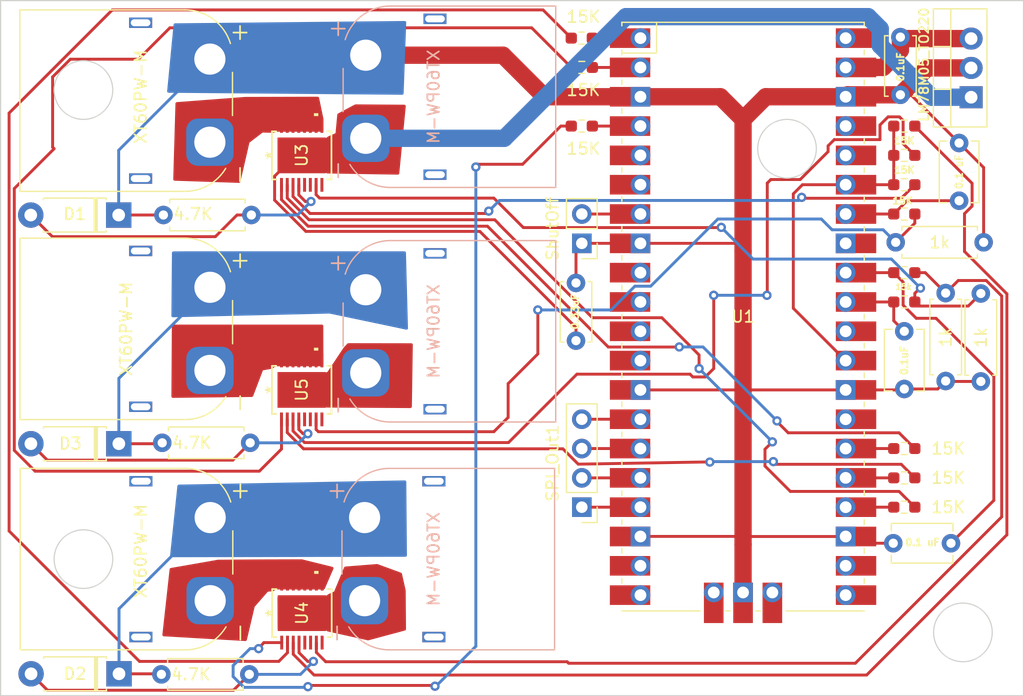
<source format=kicad_pcb>
(kicad_pcb (version 20221018) (generator pcbnew)
  (layers (0 "F.Cu" signal) (31 "B.Cu" signal) (34 "B.Paste" user) (35 "F.Paste" user) (36 "B.SilkS" user "B.Silkscreen") (37 "F.SilkS" user "F.Silkscreen") (38 "B.Mask" user) (39 "F.Mask" user) (44 "Edge.Cuts" user))
  (net 0 "")
  (net 1 "GND")
  (net 2 "Net-(J1-Pin_2)")
  (net 3 "Net-(SPI_Out1-Pin_1)")
  (net 4 "Net-(SPI_Out1-Pin_2)")
  (net 5 "Net-(SPI_Out1-Pin_3)")
  (net 6 "Net-(SPI_Out1-Pin_4)")
  (net 7 "FAULT1")
  (net 8 "INPUT2")
  (net 9 "INPUT1")
  (net 20 "FAULT2")
  (net 21 "FAULT3")
  (net 23 "SEN")
  (net 25 "CS2")
  (net 26 "CS1")
  (net 28 "CS3")
  (net 31 "5V")
  (net 35 "Net-(J6-+)")
  (net 36 "Net-(U3-INPUT0)")
  (net 37 "Net-(U3-FAULTRST)")
  (net 38 "Net-(U3-SEN)")
  (net 39 "Net-(D1-A)")
  (net 42 "Net-(U3-CS)")
  (net 44 "Net-(J2-+)")
  (net 45 "Net-(U4-INPUT0)")
  (net 46 "Net-(U4-FAULTRST)")
  (net 47 "Net-(U4-SEN)")
  (net 48 "Net-(D2-A)")
  (net 51 "Net-(U4-CS)")
  (net 53 "Net-(J3-+)")
  (net 54 "Net-(U5-INPUT0)")
  (net 55 "Net-(U5-FAULTRST)")
  (net 56 "Net-(U5-SEN)")
  (net 57 "Net-(D3-A)")
  (net 60 "Net-(U5-CS)")
  (net 62 "Net-(J4-+)")
  (net 63 "Net-(D2-K)")
  (net 64 "Net-(D3-K)")
  (net 65 "Net-(J5-+)")
  (net 66 "Net-(J7-+)")
  (net 67 "INPUT3")
  (footprint "Diode_THT:D_DO-41_SOD81_P7.62mm_Horizontal" (layer "F.Cu") (at 147.861913 125.506369 180)
    (fp_text reference "D2")
    (fp_text value "D" hide)
  )
  (footprint "Resistor_THT:R_Axial_DIN0207_L6.3mm_D2.5mm_P7.62mm_Horizontal" (layer "F.Cu") (at 222.775058 88.120952 180)
    (fp_text reference "R16" hide)
    (fp_text value "1k")
  )
  (footprint "Connector_AMASS:AMASS_XT60PW-M_1x02_P7.20mm_Horizontal" (layer "F.Cu") (at 155.74 99.219137 90)
    (fp_text reference "J7" hide)
    (fp_text value "XT60PW-M")
  )
  (footprint "Resistor_THT:R_Axial_DIN0207_L6.3mm_D2.5mm_P7.62mm_Horizontal" (layer "F.Cu") (at 159.152569 125.554461 180)
    (fp_text reference "R17" hide)
    (fp_text value "4.7K")
  )
  (footprint "Capacitor_THT:C_Disc_D5.0mm_W2.5mm_P5.00mm" (layer "F.Cu") (at 187.455975 96.640694 90)
    (fp_text reference "C5" hide)
    (fp_text value "0.33uF")
  )
  (footprint "Resistor_SMD:R_0603_1608Metric_Pad0.98x0.95mm_HandSolder" (layer "F.Cu") (at 215.9 85.669137)
    (fp_text reference "R11" hide)
    (fp_text value "15k" hide)
  )
  (footprint "Resistor_THT:R_Axial_DIN0207_L6.3mm_D2.5mm_P7.62mm_Horizontal" (layer "F.Cu") (at 159.22551 105.492123 180)
    (fp_text reference "R18" hide)
    (fp_text value "4.7K")
  )
  (footprint "Diode_THT:D_DO-41_SOD81_P7.62mm_Horizontal" (layer "F.Cu") (at 147.833642 85.759987 180)
    (fp_text reference "D1")
    (fp_text value "D" hide)
  )
  (footprint "LoadCell:POWERSSO16_VN9004_STM-L" (layer "F.Cu") (at 163.689376 80.589137 90)
    (fp_text reference "U3")
    (fp_text value "VN9004AJTR" hide)
  )
  (footprint "Resistor_THT:R_Axial_DIN0207_L6.3mm_D2.5mm_P7.62mm_Horizontal" (layer "F.Cu") (at 222.532864 100.175086 90)
    (fp_text reference "R2" hide)
    (fp_text value "1k")
  )
  (footprint "Connector_AMASS:AMASS_XT60PW-M_1x02_P7.20mm_Horizontal" (layer "F.Cu") (at 155.732985 79.446582 90)
    (fp_text reference "J2" hide)
    (fp_text value "XT60PW-M")
  )
  (footprint "Resistor_SMD:R_0603_1608Metric_Pad0.98x0.95mm_HandSolder" (layer "F.Cu") (at 215.9 105.989137)
    (fp_text reference "R3" hide)
    (fp_text value "15K")
  )
  (footprint "Connector_PinHeader_2.54mm:PinHeader_1x04_P2.54mm_Vertical" (layer "F.Cu") (at 187.96 111.069137 180)
    (fp_text reference "SPI_Out1")
    (fp_text value "Conn_01x04" hide)
  )
  (footprint "Capacitor_THT:C_Disc_D5.1mm_W3.2mm_P5.00mm" (layer "F.Cu") (at 220.651709 84.516792 90)
    (fp_text reference "C4" hide)
    (fp_text value "0.1 uF")
  )
  (footprint "Resistor_SMD:R_0603_1608Metric_Pad0.98x0.95mm_HandSolder" (layer "F.Cu") (at 187.96 70.429137 180)
    (fp_text reference "R8" hide)
    (fp_text value "15K")
  )
  (footprint "Resistor_THT:R_Axial_DIN0207_L6.3mm_D2.5mm_P7.62mm_Horizontal" (layer "F.Cu") (at 159.328937 85.754252 180)
    (fp_text reference "R15" hide)
    (fp_text value "4.7K")
  )
  (footprint "Diode_THT:D_DO-41_SOD81_P7.62mm_Horizontal" (layer "F.Cu") (at 147.847022 105.569996 180)
    (fp_text reference "D3")
    (fp_text value "D" hide)
  )
  (footprint "Resistor_SMD:R_0603_1608Metric_Pad0.98x0.95mm_HandSolder" (layer "F.Cu") (at 215.9 93.289137)
    (fp_text reference "R1" hide)
    (fp_text value "15k")
  )
  (footprint "Resistor_SMD:R_0603_1608Metric_Pad0.98x0.95mm_HandSolder" (layer "F.Cu") (at 215.9 80.589137)
    (fp_text reference "R14" hide)
    (fp_text value "15K")
  )
  (footprint "Resistor_SMD:R_0603_1608Metric_Pad0.98x0.95mm_HandSolder" (layer "F.Cu") (at 215.9 111.069137)
    (fp_text reference "R4" hide)
    (fp_text value "15K")
  )
  (footprint "LoadCell:POWERSSO16_VN9004_STM-L" (layer "F.Cu") (at 163.71 120.25 90)
    (fp_text reference "U4")
    (fp_text value "VN9004AJTR" hide)
  )
  (footprint "Capacitor_THT:C_Disc_D5.1mm_W3.2mm_P5.00mm" (layer "F.Cu") (at 219.945973 114.193177 180)
    (fp_text reference "C3" hide)
    (fp_text value "0.1 uF")
  )
  (footprint "Resistor_SMD:R_0603_1608Metric_Pad0.98x0.95mm_HandSolder" (layer "F.Cu") (at 215.9 83.129137)
    (fp_text reference "R5" hide)
    (fp_text value "15K")
  )
  (footprint "Resistor_SMD:R_0603_1608Metric_Pad0.98x0.95mm_HandSolder" (layer "F.Cu") (at 215.9 78.049137)
    (fp_text reference "R9" hide)
    (fp_text value "15K")
  )
  (footprint "Package_TO_SOT_THT:TO-220-3_Vertical" (layer "F.Cu") (at 221.691161 75.550386 90)
    (fp_text reference "U2" hide)
    (fp_text value "LM78M05_TO220")
  )
  (footprint "Resistor_SMD:R_0603_1608Metric_Pad0.98x0.95mm_HandSolder" (layer "F.Cu") (at 187.96 72.969137 180)
    (fp_text reference "R12" hide)
    (fp_text value "15K")
  )
  (footprint "LoadCell:POWERSSO16_VN9004_STM-L" (layer "F.Cu") (at 163.689376 100.909137 90)
    (fp_text reference "U5")
    (fp_text value "VN9004AJTR" hide)
  )
  (footprint "Connector_PinHeader_2.54mm:PinHeader_1x02_P2.54mm_Vertical" (layer "F.Cu") (at 187.96 88.209137 180)
    (fp_text reference "J1" hide)
    (fp_text value "ShutOff")
  )
  (footprint "pico:RPi_Pico_SMD_TH" (layer "F.Cu") (at 201.93 94.559137)
    (fp_text reference "U1")
    (fp_text value "Pico")
  )
  (footprint "Resistor_SMD:R_0603_1608Metric_Pad0.98x0.95mm_HandSolder" (layer "F.Cu") (at 215.9 108.529137)
    (fp_text reference "R13" hide)
    (fp_text value "15K")
  )
  (footprint "Resistor_THT:R_Axial_DIN0207_L6.3mm_D2.5mm_P7.62mm_Horizontal" (layer "F.Cu") (at 219.485036 100.138061 90)
    (fp_text reference "R10" hide)
    (fp_text value "1k")
  )
  (footprint "Connector_AMASS:AMASS_XT60PW-M_1x02_P7.20mm_Horizontal" (layer "F.Cu") (at 155.760624 119.17 90)
    (fp_text reference "J5" hide)
    (fp_text value "XT60PW-M")
  )
  (footprint "Capacitor_THT:C_Disc_D5.1mm_W3.2mm_P5.00mm" (layer "F.Cu") (at 215.9 95.829137 -90)
    (fp_text reference "C2" hide)
    (fp_text value "0.1uF")
  )
  (footprint "Capacitor_THT:C_Disc_D5.0mm_W2.5mm_P5.00mm" (layer "F.Cu") (at 215.563309 70.340952 -90)
    (fp_text reference "C1" hide)
    (fp_text value "0.1uF")
  )
  (footprint "Resistor_SMD:R_0603_1608Metric_Pad0.98x0.95mm_HandSolder" (layer "F.Cu") (at 215.9 90.749137)
    (fp_text reference "R6" hide)
    (fp_text value "15k" hide)
  )
  (footprint "Resistor_SMD:R_0603_1608Metric_Pad0.98x0.95mm_HandSolder" (layer "F.Cu") (at 187.96 78.049137 180)
    (fp_text reference "R7" hide)
    (fp_text value "15K")
  )
  (footprint "Connector_AMASS:AMASS_XT60PW-M_1x02_P7.20mm_Horizontal" (layer "B.Cu") (at 169.239376 99.429137 90)
    (fp_text reference "J6" hide)
    (fp_text value "XT60PW-M")
  )
  (footprint "Connector_AMASS:AMASS_XT60PW-M_1x02_P7.20mm_Horizontal" (layer "B.Cu") (at 169.14 119.17 90)
    (fp_text reference "J4" hide)
    (fp_text value "XT60PW-M")
  )
  (footprint "Connector_AMASS:AMASS_XT60PW-M_1x02_P7.20mm_Horizontal" (layer "B.Cu") (at 169.239376 79.109137 90)
    (fp_text reference "J3" hide)
    (fp_text value "XT60PW-M")
  )
  (gr_rect (start 137.600306 67.175699) (end 226.234343 127.396829) (stroke (width 0.1)) (fill none) (layer "Edge.Cuts"))
  (gr_circle (center 220.98 121.92) (end 223.52 121.92) (stroke (width 0.1)) (fill none) (layer "Edge.Cuts"))
  (gr_circle (center 144.78 115.57) (end 142.24 115.57) (stroke (width 0.1)) (fill none) (layer "Edge.Cuts"))
  (gr_circle (center 144.78 74.93) (end 142.24 74.93) (stroke (width 0.1)) (fill none) (layer "Edge.Cuts"))
  (gr_circle (center 205.74 80.01) (end 205.74 82.55) (stroke (width 0.1)) (fill none) (layer "Edge.Cuts"))
  (segment (start 201.231062 113.601062) (end 201.93 114.3) (width 0.25) (layer "F.Cu") (net 1))
  (segment (start 193.04 113.609137) (end 193.048075 113.601062) (width 0.25) (layer "F.Cu") (net 1))
  (segment (start 181.129137 71.909137) (end 184.729137 75.509137) (width 1.5) (layer "F.Cu") (net 1))
  (segment (start 210.82 100.909137) (end 215.82 100.909137) (width 0.25) (layer "F.Cu") (net 1))
  (segment (start 221.691161 73.010386) (end 217.893875 73.010386) (width 1.5) (layer "F.Cu") (net 1))
  (segment (start 216.475869 75.340952) (end 215.563309 75.340952) (width 0.25) (layer "F.Cu") (net 1))
  (segment (start 187.455975 88.713162) (end 187.96 88.209137) (width 0.25) (layer "F.Cu") (net 1))
  (segment (start 210.82 100.909137) (end 202.620863 100.909137) (width 0.25) (layer "F.Cu") (net 1))
  (segment (start 187.96 88.209137) (end 193.04 88.209137) (width 0.25) (layer "F.Cu") (net 1))
  (segment (start 222.775058 81.640141) (end 222.775058 88.120952) (width 0.25) (layer "F.Cu") (net 1))
  (segment (start 193.04 100.909137) (end 201.239137 100.909137) (width 0.25) (layer "F.Cu") (net 1))
  (segment (start 184.729137 75.509137) (end 193.04 75.509137) (width 1.5) (layer "F.Cu") (net 1))
  (segment (start 222.532864 100.175086) (end 219.522061 100.175086) (width 0.25) (layer "F.Cu") (net 1))
  (segment (start 211.40404 114.193177) (end 214.945973 114.193177) (width 0.25) (layer "F.Cu") (net 1))
  (segment (start 210.82 113.609137) (end 202.620863 113.609137) (width 0.25) (layer "F.Cu") (net 1))
  (segment (start 210.988185 75.340952) (end 210.82 75.509137) (width 1.5) (layer "F.Cu") (net 1))
  (segment (start 217.893875 73.010386) (end 215.563309 75.340952) (width 1.5) (layer "F.Cu") (net 1))
  (segment (start 187.455975 91.640694) (end 187.455975 88.713162) (width 0.25) (layer "F.Cu") (net 1))
  (segment (start 201.239137 88.209137) (end 201.93 88.9) (width 0.25) (layer "F.Cu") (net 1))
  (segment (start 215.82 100.909137) (end 215.9 100.829137) (width 0.25) (layer "F.Cu") (net 1))
  (segment (start 203.890863 75.509137) (end 210.82 75.509137) (width 1.5) (layer "F.Cu") (net 1))
  (segment (start 218.79396 100.829137) (end 219.485036 100.138061) (width 0.25) (layer "F.Cu") (net 1))
  (segment (start 199.969137 75.509137) (end 201.93 77.47) (width 1.5) (layer "F.Cu") (net 1))
  (segment (start 201.93 77.47) (end 203.890863 75.509137) (width 1.5) (layer "F.Cu") (net 1))
  (segment (start 193.048075 113.601062) (end 201.231062 113.601062) (width 0.25) (layer "F.Cu") (net 1))
  (segment (start 169.239376 71.909137) (end 181.129137 71.909137) (width 1.5) (layer "F.Cu") (net 1))
  (segment (start 147.839377 85.754252) (end 147.833642 85.759987) (width 0.25) (layer "F.Cu") (net 1))
  (segment (start 151.708937 85.754252) (end 147.839377 85.754252) (width 0.25) (layer "F.Cu") (net 1))
  (segment (start 215.9 100.829137) (end 218.79396 100.829137) (width 0.25) (layer "F.Cu") (net 1))
  (segment (start 219.522061 100.175086) (end 219.485036 100.138061) (width 0.25) (layer "F.Cu") (net 1))
  (segment (start 201.93 101.6) (end 201.93 88.9) (width 1.5) (layer "F.Cu") (net 1))
  (segment (start 201.93 88.9) (end 201.93 77.47) (width 1.5) (layer "F.Cu") (net 1))
  (segment (start 220.651709 79.516792) (end 222.775058 81.640141) (width 0.25) (layer "F.Cu") (net 1))
  (segment (start 210.82 113.609137) (end 211.40404 114.193177) (width 0.25) (layer "F.Cu") (net 1))
  (segment (start 215.563309 75.340952) (end 210.988185 75.340952) (width 1.5) (layer "F.Cu") (net 1))
  (segment (start 193.04 75.509137) (end 199.969137 75.509137) (width 1.5) (layer "F.Cu") (net 1))
  (segment (start 202.620863 113.609137) (end 201.93 114.3) (width 0.25) (layer "F.Cu") (net 1))
  (segment (start 201.93 114.3) (end 201.93 101.6) (width 1.5) (layer "F.Cu") (net 1))
  (segment (start 201.93 118.459137) (end 201.93 114.3) (width 1.5) (layer "F.Cu") (net 1))
  (segment (start 220.651709 79.516792) (end 216.475869 75.340952) (width 0.25) (layer "F.Cu") (net 1))
  (segment (start 193.04 88.209137) (end 201.239137 88.209137) (width 0.25) (layer "F.Cu") (net 1))
  (segment (start 202.620863 100.909137) (end 201.93 101.6) (width 0.25) (layer "F.Cu") (net 1))
  (segment (start 201.239137 100.909137) (end 201.93 101.6) (width 0.25) (layer "F.Cu") (net 1))
  (segment (start 147.833642 85.759987) (end 147.833642 80.145925) (width 0.25) (layer "B.Cu") (net 1))
  (segment (start 147.833642 80.145925) (end 155.732985 72.246582) (width 0.25) (layer "B.Cu") (net 1))
  (segment (start 187.96 85.669137) (end 193.04 85.669137) (width 0.25) (layer "F.Cu") (net 2))
  (segment (start 187.96 111.069137) (end 193.04 111.069137) (width 0.25) (layer "F.Cu") (net 3))
  (segment (start 187.96 108.529137) (end 193.04 108.529137) (width 0.25) (layer "F.Cu") (net 4))
  (segment (start 187.96 105.989137) (end 193.04 105.989137) (width 0.25) (layer "F.Cu") (net 5))
  (segment (start 187.96 103.449137) (end 193.04 103.449137) (width 0.25) (layer "F.Cu") (net 6))
  (segment (start 188.8725 70.429137) (end 193.04 70.429137) (width 0.25) (layer "F.Cu") (net 7))
  (segment (start 210.82 105.989137) (end 214.9875 105.989137) (width 0.25) (layer "F.Cu") (net 8))
  (segment (start 193.04 78.049137) (end 188.8725 78.049137) (width 0.25) (layer "F.Cu") (net 9))
  (segment (start 210.82 111.069137) (end 214.9875 111.069137) (width 0.25) (layer "F.Cu") (net 20))
  (segment (start 210.82 108.529137) (end 214.9875 108.529137) (width 0.25) (layer "F.Cu") (net 21))
  (segment (start 207.079808 83.129137) (end 206.285 83.923945) (width 0.25) (layer "F.Cu") (net 23))
  (segment (start 214.9875 78.049137) (end 214.9875 80.589137) (width 0.25) (layer "F.Cu") (net 23))
  (segment (start 210.82 83.129137) (end 207.079808 83.129137) (width 0.25) (layer "F.Cu") (net 23))
  (segment (start 210.82 83.129137) (end 214.9875 83.129137) (width 0.25) (layer "F.Cu") (net 23))
  (segment (start 206.285 93.834137) (end 210.82 98.369137) (width 0.25) (layer "F.Cu") (net 23))
  (segment (start 206.285 83.923945) (end 206.285 93.834137) (width 0.25) (layer "F.Cu") (net 23))
  (segment (start 214.9875 80.589137) (end 214.9875 83.129137) (width 0.25) (layer "F.Cu") (net 23))
  (segment (start 210.82 93.289137) (end 214.9875 93.289137) (width 0.25) (layer "F.Cu") (net 25))
  (segment (start 214.9875 94.916637) (end 215.9 95.829137) (width 0.25) (layer "F.Cu") (net 25))
  (segment (start 214.9875 93.289137) (end 214.9875 94.916637) (width 0.25) (layer "F.Cu") (net 25))
  (segment (start 215.8 93.566213) (end 215.8 91.561637) (width 0.25) (layer "F.Cu") (net 26))
  (segment (start 218.652906 94.704137) (end 223.657864 99.709095) (width 0.25) (layer "F.Cu") (net 26))
  (segment (start 216.937924 94.704137) (end 215.8 93.566213) (width 0.25) (layer "F.Cu") (net 26))
  (segment (start 223.657864 99.709095) (end 223.657864 110.481286) (width 0.25) (layer "F.Cu") (net 26))
  (segment (start 214.9875 90.749137) (end 210.82 90.749137) (width 0.25) (layer "F.Cu") (net 26))
  (segment (start 214.9875 90.749137) (end 215.8 91.561637) (width 0.25) (layer "F.Cu") (net 26))
  (segment (start 218.652906 94.704137) (end 216.937924 94.704137) (width 0.25) (layer "F.Cu") (net 26))
  (segment (start 223.657864 110.481286) (end 219.945973 114.193177) (width 0.25) (layer "F.Cu") (net 26))
  (segment (start 214.9875 85.669137) (end 216.139845 84.516792) (width 0.25) (layer "F.Cu") (net 28))
  (segment (start 216.139845 84.516792) (end 220.651709 84.516792) (width 0.25) (layer "F.Cu") (net 28))
  (segment (start 214.9875 85.669137) (end 210.82 85.669137) (width 0.25) (layer "F.Cu") (net 28))
  (segment (start 215.692743 70.470386) (end 215.563309 70.340952) (width 1.5) (layer "F.Cu") (net 31))
  (segment (start 215.563309 70.340952) (end 215.563309 71.472322) (width 1.5) (layer "F.Cu") (net 31))
  (segment (start 214.066494 72.969137) (end 210.82 72.969137) (width 1.5) (layer "F.Cu") (net 31))
  (segment (start 221.691161 70.470386) (end 215.692743 70.470386) (width 1.5) (layer "F.Cu") (net 31))
  (segment (start 215.563309 71.472322) (end 214.066494 72.969137) (width 1.5) (layer "F.Cu") (net 31))
  (segment (start 216.8125 105.989137) (end 215.4475 104.624137) (width 0.25) (layer "F.Cu") (net 36))
  (segment (start 179.786176 86.725314) (end 190.255 97.194137) (width 0.25) (layer "F.Cu") (net 36))
  (segment (start 215.4475 104.624137) (end 205.839354 104.624137) (width 0.25) (layer "F.Cu") (net 36))
  (segment (start 205.839354 104.624137) (end 204.873094 103.657877) (width 0.25) (layer "F.Cu") (net 36))
  (segment (start 164.239828 86.725314) (end 179.786176 86.725314) (width 0.25) (layer "F.Cu") (net 36))
  (segment (start 204.873094 103.657877) (end 204.873094 103.594895) (width 0.25) (layer "F.Cu") (net 36))
  (segment (start 161.938935 84.424421) (end 164.239828 86.725314) (width 0.25) (layer "F.Cu") (net 36))
  (segment (start 190.255 97.194137) (end 196.283918 97.194137) (width 0.25) (layer "F.Cu") (net 36))
  (segment (start 204.810112 103.594895) (end 204.820424 103.605207) (width 0.25) (layer "F.Cu") (net 36))
  (segment (start 204.873094 103.594895) (end 204.810112 103.594895) (width 0.25) (layer "F.Cu") (net 36))
  (segment (start 161.938935 83.141837) (end 161.938935 84.424421) (width 0.25) (layer "F.Cu") (net 36))
  (via (at 196.402989 97.18624) (size 0.8) (drill 0.4) (layers "F.Cu" "B.Cu") (net 36))
  (via (at 204.873094 103.594895) (size 0.8) (drill 0.4) (layers "F.Cu" "B.Cu") (net 36))
  (segment (start 198.464439 97.18624) (end 204.873094 103.594895) (width 0.25) (layer "B.Cu") (net 36))
  (segment (start 196.402989 97.18624) (end 198.464439 97.18624) (width 0.25) (layer "B.Cu") (net 36))
  (segment (start 188.878427 94.654137) (end 180.781676 86.557386) (width 0.25) (layer "F.Cu") (net 37))
  (segment (start 216.8125 111.069137) (end 215.4475 109.704137) (width 0.25) (layer "F.Cu") (net 37))
  (segment (start 206.029137 109.704137) (end 203.830517 107.505517) (width 0.25) (layer "F.Cu") (net 37))
  (segment (start 180.418313 86.167231) (end 180.79 86.538918) (width 0.25) (layer "F.Cu") (net 37))
  (segment (start 164.318141 86.167231) (end 180.418313 86.167231) (width 0.25) (layer "F.Cu") (net 37))
  (segment (start 203.830517 106.049483) (end 204.47 105.41) (width 0.25) (layer "F.Cu") (net 37))
  (segment (start 162.439061 84.288151) (end 162.439061 83.141837) (width 0.25) (layer "F.Cu") (net 37))
  (segment (start 215.4475 109.704137) (end 206.029137 109.704137) (width 0.25) (layer "F.Cu") (net 37))
  (segment (start 198.12 99.06) (end 198.12 97.877946) (width 0.25) (layer "F.Cu") (net 37))
  (segment (start 203.830517 107.505517) (end 203.830517 106.049483) (width 0.25) (layer "F.Cu") (net 37))
  (segment (start 194.896191 94.654137) (end 188.878427 94.654137) (width 0.25) (layer "F.Cu") (net 37))
  (segment (start 164.318141 86.167231) (end 162.439061 84.288151) (width 0.25) (layer "F.Cu") (net 37))
  (segment (start 198.12 97.877946) (end 194.896191 94.654137) (width 0.25) (layer "F.Cu") (net 37))
  (via (at 204.47 105.41) (size 0.8) (drill 0.4) (layers "F.Cu" "B.Cu") (net 37))
  (via (at 198.12 99.06) (size 0.8) (drill 0.4) (layers "F.Cu" "B.Cu") (net 37))
  (segment (start 198.12 99.06) (end 204.47 105.41) (width 0.25) (layer "B.Cu") (net 37))
  (segment (start 207.01 84.22425) (end 207.088524 84.304137) (width 0.25) (layer "F.Cu") (net 38))
  (segment (start 207.01 84.22425) (end 207.089887 84.304137) (width 0.25) (layer "F.Cu") (net 38))
  (segment (start 164.409432 85.622126) (end 179.693479 85.622126) (width 0.25) (layer "F.Cu") (net 38))
  (segment (start 162.939187 83.141837) (end 162.939187 84.151881) (width 0.25) (layer "F.Cu") (net 38))
  (segment (start 207.089887 84.304137) (end 215.6375 84.304137) (width 0.25) (layer "F.Cu") (net 38))
  (segment (start 179.693479 85.622126) (end 179.898724 85.416881) (width 0.25) (layer "F.Cu") (net 38))
  (segment (start 162.939187 84.151881) (end 164.409432 85.622126) (width 0.25) (layer "F.Cu") (net 38))
  (segment (start 216.8125 83.129137) (end 215.6375 84.304137) (width 0.25) (layer "F.Cu") (net 38))
  (via (at 207.01 84.22425) (size 0.8) (drill 0.4) (layers "F.Cu" "B.Cu") (net 38))
  (via (at 179.898724 85.416881) (size 0.8) (drill 0.4) (layers "F.Cu" "B.Cu") (net 38))
  (segment (start 206.740113 84.494137) (end 207.01 84.22425) (width 0.25) (layer "B.Cu") (net 38))
  (segment (start 180.821468 84.494137) (end 206.740113 84.494137) (width 0.25) (layer "B.Cu") (net 38))
  (segment (start 179.898724 85.416881) (end 180.821468 84.494137) (width 0.25) (layer "B.Cu") (net 38))
  (segment (start 142.083655 87.63) (end 156.21 87.63) (width 0.25) (layer "F.Cu") (net 39))
  (segment (start 156.21 87.63) (end 158.085748 85.754252) (width 0.25) (layer "F.Cu") (net 39))
  (segment (start 140.213642 85.759987) (end 142.083655 87.63) (width 0.25) (layer "F.Cu") (net 39))
  (segment (start 163.439313 84.015611) (end 164.007533 84.583831) (width 0.25) (layer "F.Cu") (net 39))
  (segment (start 163.439313 83.141837) (end 163.439313 84.015611) (width 0.25) (layer "F.Cu") (net 39))
  (segment (start 158.085748 85.754252) (end 159.328937 85.754252) (width 0.25) (layer "F.Cu") (net 39))
  (segment (start 164.007533 84.583831) (end 164.493423 84.583831) (width 0.25) (layer "F.Cu") (net 39))
  (via (at 164.493423 84.583831) (size 0.8) (drill 0.4) (layers "F.Cu" "B.Cu") (net 39))
  (segment (start 163.323002 85.754252) (end 159.328937 85.754252) (width 0.25) (layer "B.Cu") (net 39))
  (segment (start 164.493423 84.583831) (end 163.323002 85.754252) (width 0.25) (layer "B.Cu") (net 39))
  (segment (start 217.299786 92.087022) (end 217.299786 92.052413) (width 0.25) (layer "F.Cu") (net 42))
  (segment (start 165.242764 84.29181) (end 180.34 84.29181) (width 0.25) (layer "F.Cu") (net 42))
  (segment (start 216.8125 93.289137) (end 217.166424 93.643061) (width 0.25) (layer "F.Cu") (net 42))
  (segment (start 217.265177 92.087022) (end 217.299786 92.087022) (width 0.25) (layer "F.Cu") (net 42))
  (segment (start 180.34 84.29181) (end 182.892327 86.844137) (width 0.25) (layer "F.Cu") (net 42))
  (segment (start 164.939691 83.141837) (end 164.939691 83.988737) (width 0.25) (layer "F.Cu") (net 42))
  (segment (start 182.892327 86.844137) (end 200.028117 86.844137) (width 0.25) (layer "F.Cu") (net 42))
  (segment (start 221.444889 93.643061) (end 222.532864 92.555086) (width 0.25) (layer "F.Cu") (net 42))
  (segment (start 216.8125 93.289137) (end 216.8125 92.539699) (width 0.25) (layer "F.Cu") (net 42))
  (segment (start 217.166424 93.643061) (end 221.444889 93.643061) (width 0.25) (layer "F.Cu") (net 42))
  (segment (start 200.028117 86.844137) (end 200.045022 86.827232) (width 0.25) (layer "F.Cu") (net 42))
  (segment (start 216.8125 92.539699) (end 217.265177 92.087022) (width 0.25) (layer "F.Cu") (net 42))
  (segment (start 164.939691 83.988737) (end 165.242764 84.29181) (width 0.25) (layer "F.Cu") (net 42))
  (segment (start 217.299786 92.052413) (end 217.265177 92.087022) (width 0.25) (layer "F.Cu") (net 42))
  (via (at 217.299786 92.087022) (size 0.8) (drill 0.4) (layers "F.Cu" "B.Cu") (net 42))
  (via (at 200.045022 86.827232) (size 0.8) (drill 0.4) (layers "F.Cu" "B.Cu") (net 42))
  (segment (start 217.299786 92.087022) (end 214.786901 89.574137) (width 0.25) (layer "B.Cu") (net 42))
  (segment (start 214.786901 89.574137) (end 202.791927 89.574137) (width 0.25) (layer "B.Cu") (net 42))
  (segment (start 202.791927 89.574137) (end 200.045022 86.827232) (width 0.25) (layer "B.Cu") (net 42))
  (segment (start 164.282123 126.513191) (end 164.230073 126.618534) (width 0.25) (layer "F.Cu") (net 45))
  (segment (start 186.140519 78.049137) (end 182.829409 81.360247) (width 0.25) (layer "F.Cu") (net 45))
  (segment (start 164.387466 126.513191) (end 164.282123 126.513191) (width 0.25) (layer "F.Cu") (net 45))
  (segment (start 175.170938 126.513191) (end 175.239065 126.581318) (width 0.25) (layer "F.Cu") (net 45))
  (segment (start 160.4073 122.8027) (end 159.959523 123.324908) (width 0.25) (layer "F.Cu") (net 45))
  (segment (start 182.829409 81.360247) (end 178.967073 81.360247) (width 0.25) (layer "F.Cu") (net 45))
  (segment (start 164.492809 126.513191) (end 175.170938 126.513191) (width 0.25) (layer "F.Cu") (net 45))
  (segment (start 187.0475 78.049137) (end 186.140519 78.049137) (width 0.25) (layer "F.Cu") (net 45))
  (segment (start 178.967073 81.360247) (end 178.778667 81.548653) (width 0.25) (layer "F.Cu") (net 45))
  (segment (start 178.778667 81.548653) (end 178.778667 81.595755) (width 0.25) (layer "F.Cu") (net 45))
  (segment (start 164.230073 126.618534) (end 164.492809 126.513191) (width 0.25) (layer "F.Cu") (net 45))
  (segment (start 161.959559 122.8027) (end 160.4073 122.8027) (width 0.25) (layer "F.Cu") (net 45))
  (via (at 178.778667 81.595755) (size 0.8) (drill 0.4) (layers "F.Cu" "B.Cu") (net 45))
  (via (at 175.239065 126.581318) (size 0.8) (drill 0.4) (layers "F.Cu" "B.Cu") (net 45))
  (via (at 164.230073 126.618534) (size 0.8) (drill 0.4) (layers "F.Cu" "B.Cu") (net 45))
  (via (at 159.959523 123.324908) (size 0.8) (drill 0.4) (layers "F.Cu" "B.Cu") (net 45))
  (segment (start 159.959523 123.324908) (end 159.215201 123.324908) (width 0.25) (layer "B.Cu") (net 45))
  (segment (start 157.75 125.742883) (end 158.686578 126.679461) (width 0.25) (layer "B.Cu") (net 45))
  (segment (start 158.686578 126.679461) (end 164.169146 126.679461) (width 0.25) (layer "B.Cu") (net 45))
  (segment (start 164.169146 126.679461) (end 164.230073 126.618534) (width 0.25) (layer "B.Cu") (net 45))
  (segment (start 157.75 124.790109) (end 157.75 125.742883) (width 0.25) (layer "B.Cu") (net 45))
  (segment (start 159.215201 123.324908) (end 157.75 124.790109) (width 0.25) (layer "B.Cu") (net 45))
  (segment (start 178.778667 81.595755) (end 178.778667 123.125453) (width 0.25) (layer "B.Cu") (net 45))
  (segment (start 178.778667 123.125453) (end 175.322802 126.581318) (width 0.25) (layer "B.Cu") (net 45))
  (segment (start 147.279467 67.984137) (end 184.6025 67.984137) (width 0.25) (layer "F.Cu") (net 46))
  (segment (start 184.6025 67.984137) (end 187.0475 70.429137) (width 0.25) (layer "F.Cu") (net 46))
  (segment (start 138.338642 113.133098) (end 138.338642 76.924962) (width 0.25) (layer "F.Cu") (net 46))
  (segment (start 149.635005 124.429461) (end 138.338642 113.133098) (width 0.25) (layer "F.Cu") (net 46))
  (segment (start 161.706698 124.429461) (end 149.635005 124.429461) (width 0.25) (layer "F.Cu") (net 46))
  (segment (start 138.338642 76.924962) (end 147.279467 67.984137) (width 0.25) (layer "F.Cu") (net 46))
  (segment (start 162.459685 122.8027) (end 162.459685 123.676474) (width 0.25) (layer "F.Cu") (net 46))
  (segment (start 162.459685 123.676474) (end 161.706698 124.429461) (width 0.25) (layer "F.Cu") (net 46))
  (segment (start 224.79 92.584835) (end 224.79 113.46) (width 0.25) (layer "F.Cu") (net 47))
  (segment (start 221.1177 88.912535) (end 224.79 92.584835) (width 0.25) (layer "F.Cu") (net 47))
  (segment (start 221.1177 85.641792) (end 221.1177 88.912535) (width 0.25) (layer "F.Cu") (net 47))
  (segment (start 221.776709 84.982783) (end 221.1177 85.641792) (width 0.25) (layer "F.Cu") (net 47))
  (segment (start 212.636809 125.613191) (end 164.760258 125.613191) (width 0.25) (layer "F.Cu") (net 47))
  (segment (start 224.79 113.46) (end 212.636809 125.613191) (width 0.25) (layer "F.Cu") (net 47))
  (segment (start 164.760258 125.613191) (end 162.959811 123.812744) (width 0.25) (layer "F.Cu") (net 47))
  (segment (start 216.8125 78.049137) (end 221.776709 83.013346) (width 0.25) (layer "F.Cu") (net 47))
  (segment (start 162.959811 123.812744) (end 162.959811 122.8027) (width 0.25) (layer "F.Cu") (net 47))
  (segment (start 221.776709 83.013346) (end 221.776709 84.982783) (width 0.25) (layer "F.Cu") (net 47))
  (segment (start 163.459937 123.676474) (end 164.217505 124.434042) (width 0.25) (layer "F.Cu") (net 48))
  (segment (start 164.217505 124.434042) (end 164.701986 124.434042) (width 0.25) (layer "F.Cu") (net 48))
  (segment (start 140.241913 125.506369) (end 141.666913 126.931369) (width 0.25) (layer "F.Cu") (net 48))
  (segment (start 157.775661 126.931369) (end 159.152569 125.554461) (width 0.25) (layer "F.Cu") (net 48))
  (segment (start 163.459937 122.8027) (end 163.459937 123.676474) (width 0.25) (layer "F.Cu") (net 48))
  (segment (start 141.666913 126.931369) (end 157.775661 126.931369) (width 0.25) (layer "F.Cu") (net 48))
  (via (at 164.701986 124.434042) (size 0.8) (drill 0.4) (layers "F.Cu" "B.Cu") (net 48))
  (segment (start 164.701986 124.434042) (end 163.581567 125.554461) (width 0.25) (layer "B.Cu") (net 48))
  (segment (start 163.581567 125.554461) (end 159.152569 125.554461) (width 0.25) (layer "B.Cu") (net 48))
  (segment (start 164.960315 123.6496) (end 165.770715 124.46) (width 0.25) (layer "F.Cu") (net 51))
  (segment (start 211.657232 124.592768) (end 224.34 111.91) (width 0.25) (layer "F.Cu") (net 51))
  (segment (start 219.485036 92.518061) (end 217.716112 90.749137) (width 0.25) (layer "F.Cu") (net 51))
  (segment (start 186.69 124.46) (end 186.822768 124.592768) (width 0.25) (layer "F.Cu") (net 51))
  (segment (start 224.34 111.91) (end 224.34 92.771231) (width 0.25) (layer "F.Cu") (net 51))
  (segment (start 165.770715 124.46) (end 186.69 124.46) (width 0.25) (layer "F.Cu") (net 51))
  (segment (start 217.716112 90.749137) (end 216.8125 90.749137) (width 0.25) (layer "F.Cu") (net 51))
  (segment (start 164.960315 122.8027) (end 164.960315 123.6496) (width 0.25) (layer "F.Cu") (net 51))
  (segment (start 186.822768 124.592768) (end 211.657232 124.592768) (width 0.25) (layer "F.Cu") (net 51))
  (segment (start 222.998855 91.430086) (end 220.573011 91.430086) (width 0.25) (layer "F.Cu") (net 51))
  (segment (start 220.573011 91.430086) (end 219.485036 92.518061) (width 0.25) (layer "F.Cu") (net 51))
  (segment (start 224.34 92.771231) (end 222.998855 91.430086) (width 0.25) (layer "F.Cu") (net 51))
  (segment (start 164.053432 87.175314) (end 161.343876 84.465758) (width 0.25) (layer "F.Cu") (net 53))
  (segment (start 187.455975 96.640694) (end 187.455975 95.509324) (width 0.25) (layer "F.Cu") (net 53))
  (segment (start 187.455975 95.509324) (end 179.121965 87.175314) (width 0.25) (layer "F.Cu") (net 53))
  (segment (start 161.343876 84.465758) (end 161.343876 82.388537) (width 0.25) (layer "F.Cu") (net 53))
  (segment (start 161.343876 82.388537) (end 163.143276 80.589137) (width 0.25) (layer "F.Cu") (net 53))
  (segment (start 163.143276 80.589137) (end 163.689376 80.589137) (width 0.25) (layer "F.Cu") (net 53))
  (segment (start 179.121965 87.175314) (end 164.053432 87.175314) (width 0.25) (layer "F.Cu") (net 53))
  (segment (start 181.240863 79.109137) (end 191.782114 68.567886) (width 1.5) (layer "B.Cu") (net 53))
  (segment (start 191.782114 68.567886) (end 212.765117 68.567886) (width 1.5) (layer "B.Cu") (net 53))
  (segment (start 212.765117 68.567886) (end 213.813309 69.616078) (width 1.5) (layer "B.Cu") (net 53))
  (segment (start 213.813309 71.065826) (end 218.297869 75.550386) (width 1.5) (layer "B.Cu") (net 53))
  (segment (start 218.297869 75.550386) (end 221.691161 75.550386) (width 1.5) (layer "B.Cu") (net 53))
  (segment (start 169.239376 79.109137) (end 181.240863 79.109137) (width 1.5) (layer "B.Cu") (net 53))
  (segment (start 213.813309 69.616078) (end 213.813309 71.065826) (width 1.5) (layer "B.Cu") (net 53))
  (segment (start 143.642768 72.257232) (end 142.109171 73.790829) (width 0.25) (layer "F.Cu") (net 54))
  (segment (start 142.109171 79.879171) (end 142.24 80.01) (width 0.25) (layer "F.Cu") (net 54))
  (segment (start 138.788642 106.146871) (end 140.591771 107.95) (width 0.25) (layer "F.Cu") (net 54))
  (segment (start 152.27054 69.534137) (end 149.547445 72.257232) (width 0.25) (layer "F.Cu") (net 54))
  (segment (start 187.0475 72.969137) (end 183.6125 69.534137) (width 0.25) (layer "F.Cu") (net 54))
  (segment (start 160.02 107.95) (end 161.938935 106.031065) (width 0.25) (layer "F.Cu") (net 54))
  (segment (start 149.547445 72.257232) (end 143.642768 72.257232) (width 0.25) (layer "F.Cu") (net 54))
  (segment (start 138.788642 83.461358) (end 138.788642 106.146871) (width 0.25) (layer "F.Cu") (net 54))
  (segment (start 183.6125 69.534137) (end 152.27054 69.534137) (width 0.25) (layer "F.Cu") (net 54))
  (segment (start 161.938935 106.031065) (end 161.938935 103.461837) (width 0.25) (layer "F.Cu") (net 54))
  (segment (start 140.591771 107.95) (end 160.02 107.95) (width 0.25) (layer "F.Cu") (net 54))
  (segment (start 142.109171 73.790829) (end 142.109171 79.879171) (width 0.25) (layer "F.Cu") (net 54))
  (segment (start 142.24 80.01) (end 138.788642 83.461358) (width 0.25) (layer "F.Cu") (net 54))
  (segment (start 162.439061 103.461837) (end 162.439061 104.608151) (width 0.25) (layer "F.Cu") (net 55))
  (segment (start 216.8125 108.529137) (end 215.6375 107.354137) (width 0.25) (layer "F.Cu") (net 55))
  (segment (start 163.843059 106.012149) (end 186.321311 106.012149) (width 0.25) (layer "F.Cu") (net 55))
  (segment (start 199.026596 107.147232) (end 199.052554 107.160211) (width 0.25) (layer "F.Cu") (net 55))
  (segment (start 186.321311 106.012149) (end 187.651075 107.341913) (width 0.25) (layer "F.Cu") (net 55))
  (segment (start 187.651075 107.341913) (end 199.026596 107.147232) (width 0.25) (layer "F.Cu") (net 55))
  (segment (start 162.439061 104.608151) (end 163.843059 106.012149) (width 0.25) (layer "F.Cu") (net 55))
  (segment (start 215.6375 107.354137) (end 204.788379 107.354137) (width 0.25) (layer "F.Cu") (net 55))
  (segment (start 204.788379 107.354137) (end 204.555517 107.121275) (width 0.25) (layer "F.Cu") (net 55))
  (via (at 199.052554 107.160211) (size 0.8) (drill 0.4) (layers "F.Cu" "B.Cu") (net 55))
  (via (at 204.555517 107.121275) (size 0.8) (drill 0.4) (layers "F.Cu" "B.Cu") (net 55))
  (segment (start 199.052553 107.121275) (end 199.026596 107.147232) (width 0.25) (layer "B.Cu") (net 55))
  (segment (start 204.620411 107.121275) (end 199.052553 107.121275) (width 0.25) (layer "B.Cu") (net 55))
  (segment (start 215.477076 77.249137) (end 215.8 77.572061) (width 0.25) (layer "F.Cu") (net 56))
  (segment (start 209.299568 80.260432) (end 209.299568 79.759568) (width 0.25) (layer "F.Cu") (net 56))
  (segment (start 206.879171 82.680829) (end 209.299568 80.260432) (width 0.25) (layer "F.Cu") (net 56))
  (segment (start 187.536502 99.544137) (end 197.334137 99.544137) (width 0.25) (layer "F.Cu") (net 56))
  (segment (start 199.39 99.06) (end 199.39 92.71) (width 0.25) (layer "F.Cu") (net 56))
  (segment (start 197.575 99.785) (end 198.665 99.785) (width 0.25) (layer "F.Cu") (net 56))
  (segment (start 209.835 79.224137) (end 213.795 79.224137) (width 0.25) (layer "F.Cu") (net 56))
  (segment (start 181.61 105.470639) (end 187.536502 99.544137) (width 0.25) (layer "F.Cu") (net 56))
  (segment (start 204.028619 92.681381) (end 204.028619 82.991381) (width 0.25) (layer "F.Cu") (net 56))
  (segment (start 197.334137 99.544137) (end 197.575 99.785) (width 0.25) (layer "F.Cu") (net 56))
  (segment (start 162.939187 104.471881) (end 163.937945 105.470639) (width 0.25) (layer "F.Cu") (net 56))
  (segment (start 163.937945 105.470639) (end 181.61 105.470639) (width 0.25) (layer "F.Cu") (net 56))
  (segment (start 204.339171 82.680829) (end 206.879171 82.680829) (width 0.25) (layer "F.Cu") (net 56))
  (segment (start 162.939187 103.461837) (end 162.939187 104.471881) (width 0.25) (layer "F.Cu") (net 56))
  (segment (start 215.8 79.576637) (end 216.8125 80.589137) (width 0.25) (layer "F.Cu") (net 56))
  (segment (start 204.028619 82.991381) (end 204.339171 82.680829) (width 0.25) (layer "F.Cu") (net 56))
  (segment (start 213.795 77.952061) (end 214.497924 77.249137) (width 0.25) (layer "F.Cu") (net 56))
  (segment (start 198.665 99.785) (end 199.39 99.06) (width 0.25) (layer "F.Cu") (net 56))
  (segment (start 215.8 77.572061) (end 215.8 79.576637) (width 0.25) (layer "F.Cu") (net 56))
  (segment (start 214.497924 77.249137) (end 215.477076 77.249137) (width 0.25) (layer "F.Cu") (net 56))
  (segment (start 213.795 79.224137) (end 213.795 77.952061) (width 0.25) (layer "F.Cu") (net 56))
  (segment (start 204 92.71) (end 204.028619 92.681381) (width 0.25) (layer "F.Cu") (net 56))
  (segment (start 209.299568 79.759568) (end 209.835 79.224137) (width 0.25) (layer "F.Cu") (net 56))
  (via (at 204 92.71) (size 0.8) (drill 0.4) (layers "F.Cu" "B.Cu") (net 56))
  (via (at 199.39 92.71) (size 0.8) (drill 0.4) (layers "F.Cu" "B.Cu") (net 56))
  (segment (start 204 92.71) (end 199.39 92.71) (width 0.25) (layer "B.Cu") (net 56))
  (segment (start 157.722637 106.994996) (end 159.22551 105.492123) (width 0.25) (layer "F.Cu") (net 57))
  (segment (start 141.652022 106.994996) (end 157.722637 106.994996) (width 0.25) (layer "F.Cu") (net 57))
  (segment (start 163.807714 104.704012) (end 164.220653 104.704012) (width 0.25) (layer "F.Cu") (net 57))
  (segment (start 140.227022 105.569996) (end 141.652022 106.994996) (width 0.25) (layer "F.Cu") (net 57))
  (segment (start 163.439313 104.335611) (end 163.807714 104.704012) (width 0.25) (layer "F.Cu") (net 57))
  (segment (start 163.439313 103.461837) (end 163.439313 104.335611) (width 0.25) (layer "F.Cu") (net 57))
  (via (at 164.220653 104.704012) (size 0.8) (drill 0.4) (layers "F.Cu" "B.Cu") (net 57))
  (segment (start 159.22551 105.492123) (end 163.432542 105.492123) (width 0.25) (layer "B.Cu") (net 57))
  (segment (start 163.432542 105.492123) (end 164.220653 104.704012) (width 0.25) (layer "B.Cu") (net 57))
  (segment (start 180.338763 104.52936) (end 181.577954 103.290169) (width 0.25) (layer "F.Cu") (net 60))
  (segment (start 181.577954 103.290169) (end 181.577954 100.362045) (width 0.25) (layer "F.Cu") (net 60))
  (segment (start 216.8125 85.669137) (end 216.8125 86.46351) (width 0.25) (layer "F.Cu") (net 60))
  (segment (start 165.13344 104.52936) (end 180.338763 104.52936) (width 0.25) (layer "F.Cu") (net 60))
  (segment (start 164.939691 104.335611) (end 165.13344 104.52936) (width 0.25) (layer "F.Cu") (net 60))
  (segment (start 181.577954 100.362045) (end 184.15 97.789999) (width 0.25) (layer "F.Cu") (net 60))
  (segment (start 164.939691 103.461837) (end 164.939691 104.335611) (width 0.25) (layer "F.Cu") (net 60))
  (segment (start 184.15 97.789999) (end 184.15 93.98) (width 0.25) (layer "F.Cu") (net 60))
  (segment (start 216.8125 86.46351) (end 215.155058 88.120952) (width 0.25) (layer "F.Cu") (net 60))
  (via (at 184.15 93.98) (size 0.8) (drill 0.4) (layers "F.Cu" "B.Cu") (net 60))
  (segment (start 208.713095 86.102232) (end 209.645 87.034137) (width 0.25) (layer "B.Cu") (net 60))
  (segment (start 199.744717 86.102232) (end 208.713095 86.102232) (width 0.25) (layer "B.Cu") (net 60))
  (segment (start 209.645 87.034137) (end 214.068243 87.034137) (width 0.25) (layer "B.Cu") (net 60))
  (segment (start 192.555863 91.924137) (end 193.922812 91.924137) (width 0.25) (layer "B.Cu") (net 60))
  (segment (start 190.5 93.98) (end 192.555863 91.924137) (width 0.25) (layer "B.Cu") (net 60))
  (segment (start 193.922812 91.924137) (end 199.744717 86.102232) (width 0.25) (layer "B.Cu") (net 60))
  (segment (start 214.068243 87.034137) (end 215.155058 88.120952) (width 0.25) (layer "B.Cu") (net 60))
  (segment (start 184.15 93.98) (end 190.5 93.98) (width 0.25) (layer "B.Cu") (net 60))
  (segment (start 151.484477 125.506369) (end 151.532569 125.554461) (width 0.25) (layer "F.Cu") (net 63))
  (segment (start 147.861913 125.506369) (end 151.484477 125.506369) (width 0.25) (layer "F.Cu") (net 63))
  (segment (start 147.861913 125.506369) (end 147.861913 119.868711) (width 0.25) (layer "B.Cu") (net 63))
  (segment (start 147.861913 119.868711) (end 155.760624 111.97) (width 0.25) (layer "B.Cu") (net 63))
  (segment (start 147.847022 105.569996) (end 151.527637 105.569996) (width 0.25) (layer "F.Cu") (net 64))
  (segment (start 151.527637 105.569996) (end 151.60551 105.492123) (width 0.25) (layer "F.Cu") (net 64))
  (segment (start 147.847022 105.569996) (end 147.847022 99.912115) (width 0.25) (layer "B.Cu") (net 64))
  (segment (start 147.847022 99.912115) (end 155.74 92.019137) (width 0.25) (layer "B.Cu") (net 64))
  (segment (start 188.8725 72.969137) (end 193.04 72.969137) (width 0.25) (layer "F.Cu") (net 67))
  (zone (net 44) (net_name "Net-(J2-+)") (layer "F.Cu") (priority 4) (connect_pads yes (clearance 0.5)) (min_thickness 0.25) (fill yes (thermal_gap 0.5) (thermal_bridge_width 0.5))
    (polygon (pts (xy 165.578769 77.442131) (xy 165.174954 75.505891) (xy 158.789439 75.523196) (xy 152.755825 75.982749) (xy 152.555744 82.780195) (xy 158.357217 82.974875) (xy 159.161896 79.483608) (xy 160.300724 78.613097) (xy 161.823556 78.643861) (xy 165.56911 78.640016) (xy 165.572955 77.424826)))
  )
  (zone (net 66) (net_name "Net-(J7-+)") (layer "F.Cu") (connect_pads yes (clearance 0.5)) (min_thickness 0.25) (fill yes (thermal_gap 0.5) (thermal_bridge_width 0.5))
    (polygon (pts (xy 165.573001 98.952324) (xy 165.561464 95.25) (xy 152.441351 95.25) (xy 152.4 101.6) (xy 159.453733 101.519243) (xy 160.330515 99.211921) (xy 161.795665 98.952347) (xy 165.579674 98.958115)))
  )
  (zone (net 35) (net_name "Net-(J6-+)") (layer "F.Cu") (priority 1) (connect_pads yes (clearance 0.5)) (min_thickness 0.25) (fill yes (thermal_gap 0.5) (thermal_bridge_width 0.5))
    (polygon (pts (xy 161.595754 102.44794) (xy 161.595754 99.367665) (xy 165.922955 99.353211) (xy 167.324653 97.242011) (xy 167.687085 96.858452) (xy 173.319836 96.867104) (xy 173.233311 102.48255) (xy 161.664973 102.413331)))
  )
  (zone (net 53) (net_name "Net-(J3-+)") (layer "F.Cu") (priority 5) (connect_pads yes (clearance 0.5)) (min_thickness 0.25) (fill yes (thermal_gap 0.5) (thermal_bridge_width 0.5))
    (polygon (pts (xy 161.604406 79.040924) (xy 161.613059 82.138504) (xy 165.800849 82.155809) (xy 172.134449 82.259639) (xy 172.72 76.2) (xy 168.327367 76.168308) (xy 166.778577 76.990291) (xy 166.622832 78.660216) (xy 165.792196 79.032272)))
  )
  (zone (net 65) (net_name "Net-(J5-+)") (layer "F.Cu") (priority 7) (connect_pads yes (clearance 0.5)) (min_thickness 0.25) (fill yes (thermal_gap 0.5) (thermal_bridge_width 0.5))
    (polygon (pts (xy 151.554473 122.246378) (xy 158.91339 122.674675) (xy 159.614239 119.702555) (xy 160.756363 118.391708) (xy 161.833595 118.287878) (xy 165.623372 118.287878) (xy 166.496903 116.274706) (xy 163.707457 115.586802) (xy 160.131829 115.595957) (xy 156.432902 115.621914) (xy 152.255322 116.354054) (xy 151.606388 122.233399)))
  )
  (zone (net 62) (net_name "Net-(J4-+)") (layer "F.Cu") (priority 8) (connect_pads yes (clearance 0.5)) (min_thickness 0.25) (fill yes (thermal_gap 0.5) (thermal_bridge_width 0.5))
    (polygon (pts (xy 161.578449 118.675327) (xy 165.800849 118.701285) (xy 166.501698 118.372491) (xy 167.393404 116.218029) (xy 170.238152 115.993065) (xy 172.361827 116.771786) (xy 172.701688 118.285967) (xy 172.727646 121.729645) (xy 169.439711 122.612195) (xy 165.766239 121.798865) (xy 161.613059 121.798865) (xy 161.587101 118.64937)))
  )
  (zone (net 1) (net_name "GND") (layer "B.Cu") (priority 3) (connect_pads yes (clearance 0.5)) (min_thickness 0.25) (fill yes (thermal_gap 0.5) (thermal_bridge_width 0.5))
    (polygon (pts (xy 152.572899 69.147416) (xy 172.751515 68.943001) (xy 172.517898 75.33825) (xy 152.01806 75.163038) (xy 152.602101 69.118213)))
  )
  (zone (net 64) (net_name "Net-(D3-K)") (layer "B.Cu") (priority 2) (connect_pads yes (clearance 0.5)) (min_thickness 0.25) (fill yes (thermal_gap 0.5) (thermal_bridge_width 0.5))
    (polygon (pts (xy 153.67 88.9) (xy 172.72 88.9) (xy 172.902504 95.721055) (xy 166.101672 94.293399) (xy 152.398088 94.617867) (xy 152.450003 88.907244)))
  )
  (zone (net 63) (net_name "Net-(D2-K)") (layer "B.Cu") (priority 6) (connect_pads yes (clearance 0.5)) (min_thickness 0.25) (fill yes (thermal_gap 0.5) (thermal_bridge_width 0.5))
    (polygon (pts (xy 152.875232 109.116925) (xy 172.752093 108.747032) (xy 172.810497 115.366163) (xy 152.271723 115.405099) (xy 152.933636 109.097457)))
  )
)
</source>
